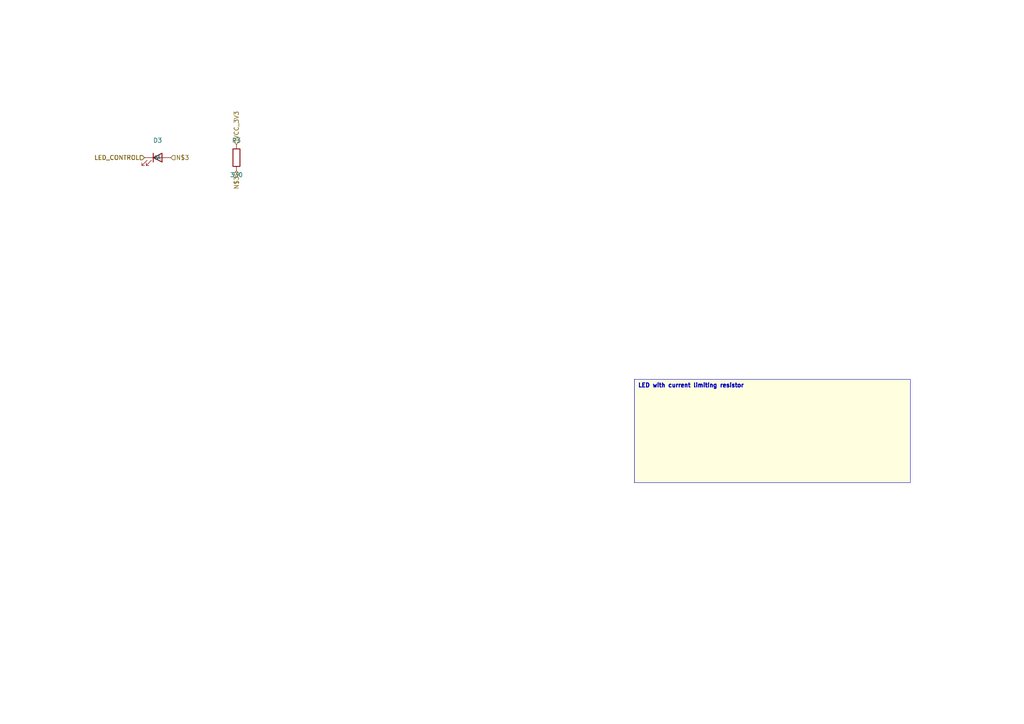
<source format=kicad_sch>
(kicad_sch (version 20250114) (generator "kicad_api") (generator_version 9.0)
  (paper A4)
  (paper A4)
  (lib_symbols
    (symbol "Device:LED" (pin_numbers hide) (pin_names (offset 0.254))
      (property "Reference" "D" (at 0.0 0.0 0))
      (property "Value" "LED" (at 0.0 0.0 0))
      (property "Sim.Pins" "1=K 2=A" (at 0.0 0.0 0))
      (symbol "LED_0_1"
        (polyline (pts (xy -3.048 -0.762) (xy -4.572 -2.286) (xy -3.81 -2.286) (xy -4.572 -2.286) (xy -4.572 -1.524)) (stroke (width 0.0)))
        (polyline (pts (xy -1.778 -0.762) (xy -3.302 -2.286) (xy -2.54 -2.286) (xy -3.302 -2.286) (xy -3.302 -1.524)) (stroke (width 0.0)))
        (polyline (pts (xy -1.27 0.0) (xy 1.27 0.0)) (stroke (width 0.0)))
        (polyline (pts (xy -1.27 -1.27) (xy -1.27 1.27)) (stroke (width 0.254)))
        (polyline (pts (xy 1.27 -1.27) (xy 1.27 1.27) (xy -1.27 0.0) (xy 1.27 -1.27)) (stroke (width 0.254)))
      )
      (symbol "LED_1_1"
        (pin passive line (at -3.81 0.0 0) (length 2.54) (name K) (number "1"))
        (pin passive line (at 3.81 0.0 180) (length 2.54) (name A) (number "2"))
      )
    )
    (symbol "Device:R" (pin_numbers hide) (pin_names (offset 0.254))
      (property "Reference" "R" (at 0.0 0.0 0))
      (property "Value" "R" (at 0.0 0.0 0))
      (symbol "R_0_1"
        (rectangle (start -1.016 -2.54) (end 1.016 2.54) (stroke (width 0.254)))
      )
      (symbol "R_1_1"
        (pin passive line (at 0.0 3.81 270) (length 1.27) (name ~) (number "1"))
        (pin passive line (at 0.0 -3.81 90) (length 1.27) (name ~) (number "2"))
      )
    )
  )
  (title_block (title LED_Blinker) (date 2025-08-01) (company Circuit-Synth))
  (symbol (lib_id Device:LED) (at 45.72 45.72 0)
    (property "Reference" "D3" (at 45.72 40.72 0))
    (property "Footprint" "LED_SMD:LED_0805_2012Metric" (effects (hide yes)))
    (instances (project "circuit" (path "" (reference D3) (unit 1))) (project "ESP32_C6_Dev_Board" (path "" (reference D3) (unit 1))))
  )
  (symbol (lib_id Device:R) (at 68.58 45.72 0)
    (property "Reference" "R3" (at 68.58 40.72 0))
    (property "Value" "330" (at 68.58 50.72 0))
    (property "Footprint" "Resistor_SMD:R_0805_2012Metric" (effects (hide yes)))
    (instances (project "circuit" (path "" (reference R3) (unit 1))) (project "ESP32_C6_Dev_Board" (path "" (reference R3) (unit 1))))
  )
  (hierarchical_label LED_CONTROL (shape input) (at 41.91 45.72 180))
  (hierarchical_label LED_CONTROL (shape input) (at 41.91 45.72 180))
  (hierarchical_label N$3 (shape input) (at 49.53 45.72 0))
  (hierarchical_label N$3 (shape input) (at 68.58 49.53 270))
  (hierarchical_label VCC_3V3 (shape input) (at 68.58 41.91 90))
  (text_box "LED with current limiting resistor" (exclude_from_sim yes) (at 184.0 110.0 0) (size 80.0 30.0) (margins 1.0 1.0 1.0 1.0) (stroke (width 0.1)) (fill (type color) (color 255 255 224 1)) (effects (font (size 1.2 1.2) (thickness 0.254)) (justify left top)))
  (text_box "LED with current limiting resistor" (exclude_from_sim yes) (at 184.0 110.0 0) (size 80.0 30.0) (margins 1.0 1.0 1.0 1.0) (stroke (width 0.1)) (fill (type color) (color 255 255 224 1)) (effects (font (size 1.2 1.2) (thickness 0.254)) (justify left top)))
)
</source>
